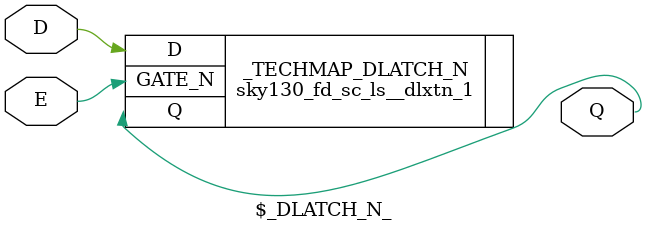
<source format=v>

module \$_DLATCH_P_ (input E, input D, output Q);
  sky130_fd_sc_ls__dlxtp_1 _TECHMAP_DLATCH_P (
    //# {{data|Data Signals}}
    .D(D),
    .Q(Q),

    //# {{clocks|Clocking}}
    .GATE(E)
  );
endmodule

module \$_DLATCH_N_ (input E, input D, output Q);
  sky130_fd_sc_ls__dlxtn_1 _TECHMAP_DLATCH_N (
    //# {{data|Data Signals}}
    .D(D),
    .Q(Q),

    //# {{clocks|Clocking}}
    .GATE_N(E)
  );
endmodule

</source>
